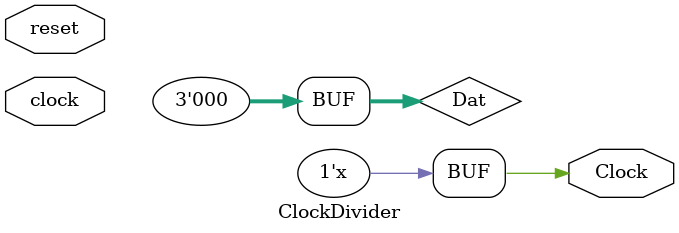
<source format=v>
`timescale 1ns / 1ps

module KeypadScanner(Clock, reset, OR_row, row, col, code, And, State);
input Clock, reset, OR_row;
input [3:0] row;
output reg And;
output [3:0] col;
output [3:0] code;
output [2:0] State;
reg [3:0] col;
reg [3:0] code;
reg [2:0] State;
initial begin State=3'b000; col=4'b1111;  end
always @(posedge Clock or posedge reset) begin 
if (reset==1) 
begin State<=3'b000; col<=4'b1111; end
else  begin
case (State) 
0:begin  
if (OR_row==0) col<=4'b1111;
else  begin
col<=4'b0001;
State<=3'b001;
end
end 
1:  begin  
if (OR_row==0) begin
col=4'b0010;
State=3'b010;
end
else  begin
case ({row,col}) 
8'b00010001: begin code=4'b0000; end
8'b00010010:begin code=4'b0001; end
8'b00010100:begin code=4'b0010; end
8'b00011000:begin code=4'b0011; end
8'b00100001:begin code=4'b0100; end
8'b00100010:begin code=4'b0101; end
8'b00100100:begin code=4'b0110; end
8'b00101000:begin code=4'b0111; end
8'b01000001:begin code=4'b1000; end
8'b01000010:begin code=4'b1001; end
8'b01000100:begin code=4'b1010; end
8'b01001000:begin code=4'b1011; end
8'b10000001:begin code=4'b1100; end
8'b10000010:begin code=4'b1101; end
8'b10000100:begin code=4'b1110; end
8'b10001000:begin code=4'b1111; end
default  begin  end
endcase 
col=4'b1111;
State=3'b101;
end
end 
2:   begin  
if (OR_row==0) begin
col=4'b0100;
State=3'b011;
end
else  begin
case ({row,col}) 
8'b00010001: begin code=4'b0000; end
8'b00010010:begin code=4'b0001; end
8'b00010100:begin code=4'b0010; end
8'b00011000:begin code=4'b0011; end
8'b00100001:begin code=4'b0100; end
8'b00100010:begin code=4'b0101; end
8'b00100100:begin code=4'b0110; end
8'b00101000:begin code=4'b0111; end
8'b01000001:begin code=4'b1000; end
8'b01000010:begin code=4'b1001; end
8'b01000100:begin code=4'b1010; end
8'b01001000:begin code=4'b1011; end
8'b10000001:begin code=4'b1100; end
8'b10000010:begin code=4'b1101; end
8'b10000100:begin code=4'b1110; end
8'b10001000:begin code=4'b1111; end
default  begin  end
endcase 
col=4'b1111;
State=3'b101;
end
end 
3:  begin  
if (OR_row==0) begin
col=4'b1000;
State=3'b100;
end
else  begin
case ({row,col}) 
8'b00010001: begin code=4'b0000; end
8'b00010010:begin code=4'b0001; end
8'b00010100:begin code=4'b0010; end
8'b00011000:begin code=4'b0011; end
8'b00100001:begin code=4'b0100; end
8'b00100010:begin code=4'b0101; end
8'b00100100:begin code=4'b0110; end
8'b00101000:begin code=4'b0111; end
8'b01000001:begin code=4'b1000; end
8'b01000010:begin code=4'b1001; end
8'b01000100:begin code=4'b1010; end
8'b01001000:begin code=4'b1011; end
8'b10000001:begin code=4'b1100; end
8'b10000010:begin code=4'b1101; end
8'b10000100:begin code=4'b1110; end
8'b10001000:begin code=4'b1111; end
default  begin  end
endcase 
col=4'b1111;
State=3'b101;
end
end 
4: begin  
if (OR_row==0) begin
col=4'b1111;
State=3'b000;
end
else  begin
case ({row,col}) 
8'b00010001: begin code=4'b0000; end
8'b00010010:begin code=4'b0001; end
8'b00010100:begin code=4'b0010; end
8'b00011000:begin code=4'b0011; end
8'b00100001:begin code=4'b0100; end
8'b00100010:begin code=4'b0101; end
8'b00100100:begin code=4'b0110; end
8'b00101000:begin code=4'b0111; end
8'b01000001:begin code=4'b1000; end
8'b01000010:begin code=4'b1001; end
8'b01000100:begin code=4'b1010; end
8'b01001000:begin code=4'b1011; end
8'b10000001:begin code=4'b1100; end
8'b10000010:begin code=4'b1101; end
8'b10000100:begin code=4'b1110; end
8'b10001000:begin code=4'b1111; end
default  begin  end
endcase 
col=4'b1111;
State=3'b101;
end
end 
5:  begin  
if (OR_row==0) begin
col=4'b1111;
State=3'b000;
end
else  begin
col=4'b1111;
State=3'b101;
end
end 
default  begin  
col=4'b1111;
State=3'b000;
end
endcase 
end
end
/*always @(col, row) begin
case ({row,col}) 
8'b00010001: begin code=4'b0000; end
8'b00010010:begin code=4'b0001; end
8'b00010100:begin code=4'b0010; end
8'b00011000:begin code=4'b0011; end
8'b00100001:begin code=4'b0100; end
8'b00100010:begin code=4'b0101; end
8'b00100100:begin code=4'b0110; end
8'b00101000:begin code=4'b0111; end
8'b01000001:begin code=4'b1000; end
8'b01000010:begin code=4'b1001; end
8'b01000100:begin code=4'b1010; end
8'b01001000:begin code=4'b1011; end
8'b10000001:begin code=4'b1100; end
8'b10000010:begin code=4'b1101; end
8'b10000100:begin code=4'b1110; end
8'b10001000:begin code=4'b1111; end
default  begin  end
endcase 
end*/

always @(State)
if (State==3'b101) And=0;
else And=1;
endmodule



module SSDDriver(Q, Cathodes);
input [3:0]Q;
output reg [6:0] Cathodes; 
reg a,b,c,d,e,f,g;
always @(Q) begin 
case (Q) 
0: begin a=0;b=0;c=0;d=0;e=0;f=0;g=1; end
1:  begin a=1;b=0;c=0;d=1; e=1; f=1; g=1; end
2:  begin a=0;b=0;d=0;e=0;g=0;c=1; f=1; end
3:  begin a=0;b=0;c=0;d=0;g=0;e=1; f=1; end
4:  begin a=1;b=0;c=0;g=0;e=1; d=1; f=0; end
5:  begin a=0;c=0;d=0;g=0;f=0;b=1; e=1; end
6:  begin a=0; g=0;b=1;c=0;d=0;e=0;f=0; end
7:  begin a=0;b=0;c=0; d=1; e=1; f=1; g=1; end
8:  begin a=0;b=0;c=0;d=0;e=0;f=0; g=0; end
9:  begin a=0;b=0;c=0;f=0;g=0; d=0; e=1; end
10: begin a=0;b=0;c=0; d=1; e=0; f=0;g=0;end
11: begin a=1;b=1;c=0; d=0; e=0; f=0;g=0;end
12: begin a=0;b=1;c=1; d=0; e=0; f=0;g=1;end
13: begin a=1;b=0;c=0; d=0; e=0; f=1;g=0;end
14: begin a=0;b=1;c=1; d=0; e=0; f=0;g=0;end
15: begin a=0;b=1;c=1; d=1; e=0; f=0;g=0;end
default  begin  a=0;b=0;c=0;d=0;e=0;f=0;g=0; end
endcase 
Cathodes={a,b,c,d,e,f,g};
end
endmodule


module lab6_main(row, col, clk, rst, AN, code, LED, State, roww, coll, clock);
input clk, rst;
input [3:0] row;
output [3:0] col;
output [6:0] LED;
output reg [3:0] AN;
output [3:0] code;
output [2:0] State;
output clock;
wire And;
output [3:0]roww;
output [3:0]coll;
reg [3:0]roww;
reg [3:0]coll;
wire OR_row, Clk_500Hz, Clk_1Hz;
ClockDivider C1(clk, rst, clock);
or (OR_row, row[3], row[2], row[1],  row[0]);
KeypadScanner K(clock, rst, OR_row, row, col, code, And, State);
SSDDriver S(code, LED);
always @(And)
if (And==0) AN=4'b1110;
else AN=4'b1111;
always @(row or col) begin
roww=row;
coll=col;
end
endmodule






module lab6_keypad(row, col, key);
    input [3:0] col, key;
    output [3:0] row;

    reg [3:0] row;

    always @ (col or key) begin
      case (key)
        //  ROW 0
        4'b0000: begin
          if (col == 4'b1111) row <= 4'b0001; else
          if (col == 4'b0001) row <= 4'b0001; else row <= 4'b0000;
        end
        4'b0001: begin
          if (col == 4'b1111) row <= 4'b0001; else
          if (col == 4'b0010) row <= 4'b0001; else row <= 4'b0000;
        end
        4'b0010: begin
          if (col == 4'b1111) row <= 4'b0001; else
          if (col == 4'b0100) row <= 4'b0001; else row <= 4'b0000;
        end
        4'b0011: begin
          if (col == 4'b1111) row <= 4'b0001; else
          if (col == 4'b1000) row <= 4'b0001; else row <= 4'b0000;
        end
        //  ROW 1
        4'b0100: begin
          if (col == 4'b1111) row <= 4'b0010; else
          if (col == 4'b0001) row <= 4'b0010; else row <= 4'b0000;
        end
        4'b0101: begin
          if (col == 4'b1111) row <= 4'b0010; else
          if (col == 4'b0010) row <= 4'b0010; else row <= 4'b0000;
        end
        4'b0110: begin
          if (col == 4'b1111) row <= 4'b0010; else
          if (col == 4'b0100) row <= 4'b0010; else row <= 4'b0000;
        end
        4'b0111: begin
          if (col == 4'b1111) row <= 4'b0010; else
          if (col == 4'b1000) row <= 4'b0010; else row <= 4'b0000;
        end
        //  ROW 2
        4'b1000: begin
          if (col == 4'b1111) row <= 4'b0100; else
          if (col == 4'b0001) row <= 4'b0100; else row <= 4'b0000;
        end
        4'b1001: begin
          if (col == 4'b1111) row <= 4'b0100; else
          if (col == 4'b0010) row <= 4'b0100; else row <= 4'b0000;
        end
        4'b1010: begin
          if (col == 4'b1111) row <= 4'b0100; else
          if (col == 4'b0100) row <= 4'b0100; else row <= 4'b0000;
        end
        4'b1011: begin
          if (col == 4'b1111) row <= 4'b0100; else
          if (col == 4'b1000) row <= 4'b0100; else row <= 4'b0000;
        end
        //  ROW 3
        4'b1100: begin
          if (col == 4'b1111) row <= 4'b1000; else
          if (col == 4'b0001) row <= 4'b1000; else row <= 4'b0000;
        end
        4'b1101: begin
          if (col == 4'b1111) row <= 4'b1000; else
          if (col == 4'b0010) row <= 4'b1000; else row <= 4'b0000;
        end
        4'b1110: begin
          if (col == 4'b1111) row <= 4'b1000; else
          if (col == 4'b0100) row <= 4'b1000; else row <= 4'b0000;
        end
        4'b1111: begin
          if (col == 4'b1111) row <= 4'b1000; else
          if (col == 4'b1000) row <= 4'b1000; else row <= 4'b0000;
        end
        default: row <= 4'b0000;
      endcase
    end

endmodule



module lab6sim(AN, state, roww, coll, clock, code, clk, rst, key);
    input clk, rst;
    input [3:0] key;
    output clock;
    output [3:0] code, roww, coll, AN;
    output [2:0] state;

    wire [3:0] row, col, AN, roww, coll;
    wire [6:0] LED;
    
    lab6_keypad keypad (row, col, key); // The keypad module
    lab6_main keypad_reader (row, col, clk, rst, AN, code, LED, state, roww, coll, clock); // Your original top module for this lab
endmodule





module counter_N_bit (clock, reset, load, CE, Dat, Q);
parameter N = 3;
input clock, reset, load, CE;
input [N-1:0] Dat;
output [N-1:0] Q;
reg [N-1:0] Q;
initial begin
Q=3'b000;
end
always @ (posedge reset or posedge clock)
if (reset == 1'b1) Q <= 0;
else if (load == 1'b1) Q <= Dat;
else if (CE == 1'b1) Q <= Q + 1;
else Q <= Q;
endmodule


module ClockDivider(clock, reset, Clock);
input clock, reset;
output reg Clock;
reg load; 
wire [2:0] Q;
wire [2:0] Dat;
assign Dat= 3'b0;
counter_N_bit UUT(clock, reset, load,1, Dat, Q);
initial Clock<=0;
always @ (Q)
if (Q == 3'b101) begin
load<=1;
Clock<=~Clock;
end
else begin
load<=0;
end
endmodule














</source>
